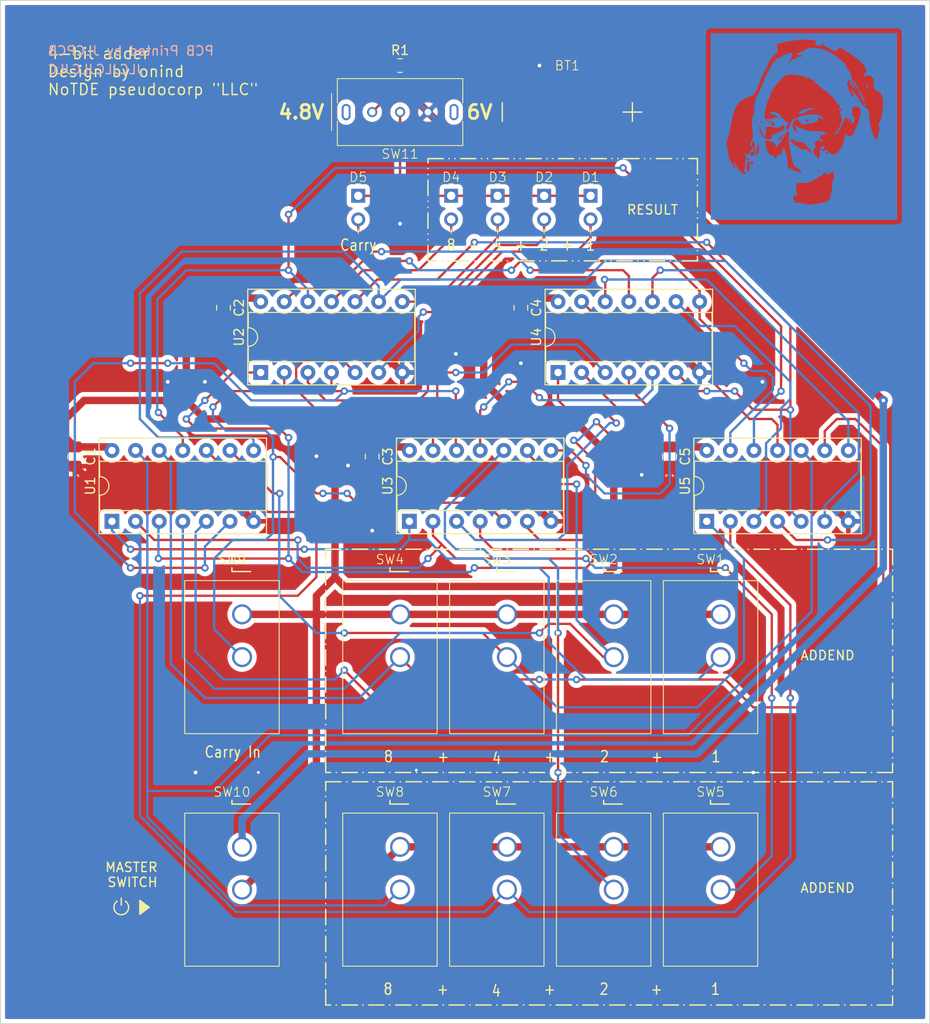
<source format=kicad_pcb>
(kicad_pcb (version 20221018) (generator pcbnew)
  (title_block (title "4-Bit Adder") (date "2023-09-07") (rev "1") (company "NoTDE Pseudocorp.") (comment 1 "It's our little secret~ <3") (comment 2 "even let my groupmates know") (comment 3 "With a small easter egg I wont"))
  (layers (0 "F.Cu" signal) (31 "B.Cu" signal) (34 "B.Paste" user) (35 "F.Paste" user) (36 "B.SilkS" user "B.Silkscreen") (37 "F.SilkS" user "F.Silkscreen") (38 "B.Mask" user) (39 "F.Mask" user) (44 "Edge.Cuts" user))
  (net 0 "")
  (net 1 "Net-(BT1-+)")
  (net 2 "-BATT")
  (net 3 "+BATT")
  (net 4 "Net-(D1-K)")
  (net 5 "OUT1")
  (net 6 "OUT2")
  (net 7 "OUT4")
  (net 8 "OUT8")
  (net 9 "COUT")
  (net 10 "Net-(SW11-A)")
  (net 11 "Net-(SW1-B)")
  (net 12 "Net-(SW2-B)")
  (net 13 "Net-(SW3-B)")
  (net 14 "Net-(SW4-B)")
  (net 15 "Net-(SW5-B)")
  (net 16 "Net-(SW6-B)")
  (net 17 "Net-(SW7-B)")
  (net 18 "Net-(SW8-B)")
  (net 19 "Net-(SW9-B)")
  (net 20 "Net-(U1A-1Y)")
  (net 21 "Net-(U1B-2Y)")
  (net 22 "Net-(U1C-3Y)")
  (net 23 "Net-(U1D-4Y)")
  (net 24 "Net-(U2B-2B)")
  (net 25 "Net-(U2C-3B)")
  (net 26 "Net-(U2D-4B)")
  (net 27 "Net-(U3A-1Y)")
  (net 28 "Net-(U3B-2Y)")
  (net 29 "Net-(U3C-3Y)")
  (net 30 "Net-(U3D-4Y)")
  (net 31 "Net-(U4C-3A)")
  (net 32 "Net-(U4C-3B)")
  (net 33 "Net-(U4D-4A)")
  (net 34 "Net-(U4D-4B)")
  (footprint "_4bitadder:LED_WP710A10SURDK5V" (layer "F.Cu") (at 74.5 56.27 -90)
    (fp_text reference "D5")
    (fp_text value "LED")
  )
  (footprint "Package_DIP:DIP-14_W7.62mm_Socket" (layer "F.Cu") (at 96 74 90)
    (fp_text reference "U4")
    (fp_text value "CD74HC32E")
  )
  (footprint "_4bitadder:SW_GF-123-0054" (layer "F.Cu") (at 112.41 104.6 -90)
    (fp_text reference "SW1")
    (fp_text value "1A")
  )
  (footprint "Package_DIP:DIP-14_W7.62mm_Socket" (layer "F.Cu") (at 48.000001 90 90)
    (fp_text reference "U1")
    (fp_text value "CD74HC86E")
  )
  (footprint "_4bitadder:SW_GF-123-0054" (layer "F.Cu") (at 112.41 129.6 -90)
    (fp_text reference "SW5")
    (fp_text value "1B")
  )
  (footprint "Package_DIP:DIP-14_W7.62mm_Socket" (layer "F.Cu") (at 64 74 90)
    (fp_text reference "U2")
    (fp_text value "CD74HC86E")
  )
  (footprint "Capacitor_SMD:C_0805_2012Metric_Pad1.18x1.45mm_HandSolder" (layer "F.Cu") (at 108.000001 83.0375 -90)
    (fp_text reference "C5")
    (fp_text value "0.1uF")
  )
  (footprint "Capacitor_SMD:C_0805_2012Metric_Pad1.18x1.45mm_HandSolder" (layer "F.Cu") (at 44.000001 83.0375 -90)
    (fp_text reference "C1")
    (fp_text value "0.1uF")
  )
  (footprint "_4bitadder:LED_WP710A10SURDK5V" (layer "F.Cu") (at 89.5 56.27 -90)
    (fp_text reference "D3")
    (fp_text value "LED")
  )
  (footprint "Capacitor_SMD:C_0805_2012Metric_Pad1.18x1.45mm_HandSolder" (layer "F.Cu") (at 60 67.0375 -90)
    (fp_text reference "C2")
    (fp_text value "0.1uF")
  )
  (footprint "_4bitadder:SW_GF-123-0054" (layer "F.Cu") (at 77.91 104.6 -90)
    (fp_text reference "SW4")
    (fp_text value "8A")
  )
  (footprint "_4bitadder:LED_WP710A10SURDK5V" (layer "F.Cu") (at 84.5 56.27 -90)
    (fp_text reference "D4")
    (fp_text value "LED")
  )
  (footprint "_4bitadder:SW_GF-123-0054" (layer "F.Cu") (at 100.91 129.6 -90)
    (fp_text reference "SW6")
    (fp_text value "2B")
  )
  (footprint "_4bitadder:SW_GF-123-0054" (layer "F.Cu") (at 60.91 129.6 -90)
    (fp_text reference "SW10")
    (fp_text value "MASTER_SW")
  )
  (footprint "_4bitadder:SW_SLW-121586-5A-D" (layer "F.Cu") (at 79 46)
    (fp_text reference "SW11")
    (fp_text value "VOLTS_SW")
  )
  (footprint "_4bitadder:SW_GF-123-0054" (layer "F.Cu") (at 77.91 129.6 -90)
    (fp_text reference "SW8")
    (fp_text value "8B")
  )
  (footprint "_4bitadder:SW_GF-123-0054" (layer "F.Cu") (at 100.91 104.6 -90)
    (fp_text reference "SW2")
    (fp_text value "2A")
  )
  (footprint "Capacitor_SMD:C_0805_2012Metric_Pad1.18x1.45mm_HandSolder" (layer "F.Cu") (at 76.000001 83.0375 -90)
    (fp_text reference "C3")
    (fp_text value "0.1uF")
  )
  (footprint "Capacitor_SMD:C_0805_2012Metric_Pad1.18x1.45mm_HandSolder" (layer "F.Cu") (at 92 67.0375 -90)
    (fp_text reference "C4")
    (fp_text value "0.1uF")
  )
  (footprint "_4bitadder:LED_WP710A10SURDK5V" (layer "F.Cu") (at 99.5 56.27 -90)
    (fp_text reference "D1")
    (fp_text value "LED")
  )
  (footprint "Package_DIP:DIP-14_W7.62mm_Socket" (layer "F.Cu") (at 80.000001 90 90)
    (fp_text reference "U3")
    (fp_text value "CD74HC08E")
  )
  (footprint "_4bitadder:SW_GF-123-0054" (layer "F.Cu") (at 89.41 104.6 -90)
    (fp_text reference "SW3")
    (fp_text value "4A")
  )
  (footprint "_4bitadder:PAD_Battery Terminal" (layer "F.Cu") (at 97 46 180)
    (fp_text reference "BT1")
    (fp_text value "4*1.2V or 4*1.5V")
  )
  (footprint "Package_DIP:DIP-14_W7.62mm_Socket" (layer "F.Cu") (at 112.000001 90 90)
    (fp_text reference "U5")
    (fp_text value "CD74HC08E")
  )
  (footprint "Resistor_SMD:R_0805_2012Metric_Pad1.20x1.40mm_HandSolder" (layer "F.Cu") (at 79 41)
    (fp_text reference "R1")
    (fp_text value "30")
  )
  (footprint "_4bitadder:LED_WP710A10SURDK5V" (layer "F.Cu") (at 94.5 56.27 -90)
    (fp_text reference "D2")
    (fp_text value "LED")
  )
  (footprint "_4bitadder:SW_GF-123-0054" (layer "F.Cu") (at 60.91 104.6 -90)
    (fp_text reference "SW9")
    (fp_text value "CIN")
  )
  (footprint "_4bitadder:SW_GF-123-0054" (layer "F.Cu") (at 89.410001 129.6 -90)
    (fp_text reference "SW7")
    (fp_text value "4B")
  )
  (footprint "_4bitadder:NicaPortrait" (layer "B.Cu") (at 122.5 47.5 180)
    (fp_text reference "G***" hide)
    (fp_text value "NICA" hide)
  )
  (gr_arc (start 49.439161 130.841259) (mid 49 132.291708) (end 48.560839 130.841259) (stroke (width 0.15)) (layer "F.SilkS"))
  (gr_rect (start 71 93) (end 132 117) (stroke (width 0.15) (type dash_dot)) (fill none) (layer "F.SilkS"))
  (gr_rect (start 82 51) (end 111 62) (stroke (width 0.15) (type dash_dot_dot)) (fill none) (layer "F.SilkS"))
  (gr_poly (pts (xy 51 130.75) (xy 51 132.25) (xy 52 131.5)) (stroke (width 0.15)) (fill solid) (layer "F.SilkS"))
  (gr_rect (start 71 118) (end 132 142) (stroke (width 0.15) (type dash_dot)) (fill none) (layer "F.SilkS"))
  (gr_line (start 49 130.5) (end 49 131.25) (stroke (width 0.15)) (layer "F.SilkS"))
  (gr_rect (start 36 34) (end 136 144) (stroke (width 0.1)) (fill none) (layer "Edge.Cuts"))
  (gr_text "JLCJLCJLCJLC" (at 41 42) (layer "B.SilkS") (effects (font (size 1 1)) (justify right bottom mirror)))
  (gr_text "PCB Printed by JLCPCB" (at 41 40) (layer "B.SilkS") (effects (font (size 1 1)) (justify right bottom mirror)))
  (gr_text "4-bit adder\nDesign by onind\nNoTDE pseudocorp {dblquote}LLC{dblquote}" (at 41 39) (layer "F.SilkS") (effects (font (size 1.2 1.2)) (justify left top)))
  (gr_text "6V" (at 86 46) (layer "F.SilkS") (effects (font (size 1.5 1.5) (thickness 0.3) bold) (justify left)))
  (gr_text "+" (at 87 61) (layer "F.SilkS") (effects (font (size 1.2 1)) (justify bottom)))
  (gr_text "+" (at 95.15 116) (layer "F.SilkS") (effects (font (size 1.2 1)) (justify bottom)))
  (gr_text "2" (at 100.95 141) (layer "F.SilkS") (effects (font (size 1.2 1)) (justify bottom)))
  (gr_text "8" (at 84.5 61) (layer "F.SilkS") (effects (font (size 1.2 1)) (justify bottom)))
  (gr_text "2" (at 94.5 61) (layer "F.SilkS") (effects (font (size 1.2 1)) (justify bottom)))
  (gr_text "MASTER\nSWITCH" (at 53 128) (layer "F.SilkS") (effects (font (size 1 1)) (justify right)))
  (gr_text "+" (at 92 61) (layer "F.SilkS") (effects (font (size 1.2 1)) (justify bottom)))
  (gr_text "4" (at 89.4 116.2) (layer "F.SilkS") (effects (font (size 1.2 1)) (justify bottom)))
  (gr_text "ADDEND" (at 122 130) (layer "F.SilkS") (effects (font (size 1 1)) (justify left bottom)))
  (gr_text "8" (at 77.7 141) (layer "F.SilkS") (effects (font (size 1.2 1)) (justify bottom)))
  (gr_text "+" (at 83.6 141) (layer "F.SilkS") (effects (font (size 1.2 1)) (justify bottom)))
  (gr_text "4" (at 89.5 61) (layer "F.SilkS") (effects (font (size 1.2 1)) (justify bottom)))
  (gr_text "Carry In" (at 61 115.5) (layer "F.SilkS") (effects (font (size 1.2 1)) (justify bottom)))
  (gr_text "ADDEND" (at 122 105) (layer "F.SilkS") (effects (font (size 1 1)) (justify left bottom)))
  (gr_text "4.8V" (at 71 46) (layer "F.SilkS") (effects (font (size 1.5 1.5) (thickness 0.3) bold) (justify right)))
  (gr_text "+" (at 106.65 116) (layer "F.SilkS") (effects (font (size 1.2 1)) (justify bottom)))
  (gr_text "RESULT\n" (at 109 56.5) (layer "F.SilkS") (effects (font (size 1 1)) (justify right)))
  (gr_text "+" (at 97 61) (layer "F.SilkS") (effects (font (size 1.2 1)) (justify bottom)))
  (gr_text "8" (at 77.75 116) (layer "F.SilkS") (effects (font (size 1.2 1)) (justify bottom)))
  (gr_text "1" (at 113 116) (layer "F.SilkS") (effects (font (size 1.2 1)) (justify bottom)))
  (gr_text "2" (at 101 116) (layer "F.SilkS") (effects (font (size 1.2 1)) (justify bottom)))
  (gr_text "+" (at 95.1 141) (layer "F.SilkS") (effects (font (size 1.2 1)) (justify bottom)))
  (gr_text "4" (at 89.35 141.2) (layer "F.SilkS") (effects (font (size 1.2 1)) (justify bottom)))
  (gr_text "1" (at 112.95 141) (layer "F.SilkS") (effects (font (size 1.2 1)) (justify bottom)))
  (gr_text "+" (at 106.6 141) (layer "F.SilkS") (effects (font (size 1.2 1)) (justify bottom)))
  (gr_text "1" (at 99.5 61) (layer "F.SilkS") (effects (font (size 1.2 1)) (justify bottom)))
  (gr_text "Carry" (at 74.5 61) (layer "F.SilkS") (effects (font (size 1.2 1)) (justify bottom)))
  (gr_text "+" (at 83.65 116) (layer "F.SilkS") (effects (font (size 1.2 1)) (justify bottom)))
  (segment (start 99.5 46) (end 100 46) (width 0.8) (layer "F.Cu") (net 1))
  (segment (start 100 46) (end 131 77) (width 0.8) (layer "F.Cu") (net 1))
  (via (at 131 77) (size 1) (drill 0.4) (layers "F.Cu" "B.Cu") (net 1))
  (segment (start 131 95) (end 111 115) (width 0.8) (layer "B.Cu") (net 1))
  (segment (start 131 77) (end 131 95) (width 0.8) (layer "B.Cu") (net 1))
  (segment (start 111 115) (end 69 115) (width 0.8) (layer "B.Cu") (net 1))
  (segment (start 62 122) (end 62 125) (width 0.8) (layer "B.Cu") (net 1))
  (segment (start 69 115) (end 62 122) (width 0.8) (layer "B.Cu") (net 1))
  (segment (start 59.925 68.075) (end 60 68.075) (width 0.8) (layer "F.Cu") (net 2))
  (segment (start 108.925001 85) (end 122.240001 85) (width 0.8) (layer "F.Cu") (net 2))
  (segment (start 44 75) (end 54 75) (width 0.8) (layer "F.Cu") (net 2))
  (segment (start 108.000001 84.075) (end 107.075001 85) (width 0.8) (layer "F.Cu") (net 2))
  (segment (start 118 75) (end 118 69.5) (width 0.8) (layer "F.Cu") (net 2))
  (segment (start 118 69.5) (end 94.5 46) (width 0.8) (layer "F.Cu") (net 2))
  (segment (start 44.000001 84.075) (end 43.636155 84.075) (width 0.8) (layer "F.Cu") (net 2))
  (segment (start 82 46) (end 83.775 47.775) (width 0.8) (layer "F.Cu") (net 2))
  (segment (start 106.24 69) (end 111.24 74) (width 0.8) (layer "F.Cu") (net 2))
  (segment (start 41 78) (end 44 75) (width 0.8) (layer "F.Cu") (net 2))
  (segment (start 60 68.075) (end 60.925 69) (width 0.8) (layer "F.Cu") (net 2))
  (segment (start 90.240001 85) (end 95.240001 90) (width 0.8) (layer "F.Cu") (net 2))
  (segment (start 92 73) (end 92 68.075) (width 0.8) (layer "F.Cu") (net 2))
  (segment (start 58.240001 85) (end 63.240001 90) (width 0.8) (layer "F.Cu") (net 2))
  (segment (start 122.240001 85) (end 127.240001 90) (width 0.8) (layer "F.Cu") (net 2))
  (segment (start 43.561155 84) (end 42 84) (width 0.8) (layer "F.Cu") (net 2))
  (segment (start 60.925 69) (end 74.24 69) (width 0.8) (layer "F.Cu") (net 2))
  (segment (start 76.000001 84.075) (end 73.4745 84.075) (width 0.8) (layer "F.Cu") (net 2))
  (segment (start 108.000001 84.075) (end 108.925001 85) (width 0.8) (layer "F.Cu") (net 2))
  (segment (start 83.775 47.775) (end 92.725 47.775) (width 0.8) (layer "F.Cu") (net 2))
  (segment (start 42 84) (end 41 83) (width 0.8) (layer "F.Cu") (net 2))
  (segment (start 76.000001 84.075) (end 76.925001 85) (width 0.8) (layer "F.Cu") (net 2))
  (segment (start 80 44) (end 82 46) (width 0.8) (layer "F.Cu") (net 2))
  (segment (start 92 68.075) (end 92.925 69) (width 0.8) (layer "F.Cu") (net 2))
  (segment (start 41 83) (end 41 78) (width 0.8) (layer "F.Cu") (net 2))
  (segment (start 58 75) (end 59 74) (width 0.8) (layer "F.Cu") (net 2))
  (segment (start 94.5 46) (end 94.5 41.5) (width 0.8) (layer "F.Cu") (net 2))
  (segment (start 94.5 41.5) (end 94 41) (width 0.8) (layer "F.Cu") (net 2))
  (segment (start 43.636155 84.075) (end 43.561155 84) (width 0.8) (layer "F.Cu") (net 2))
  (segment (start 107.075001 85) (end 105 85) (width 0.8) (layer "F.Cu") (net 2))
  (segment (start 92.925 69) (end 106.24 69) (width 0.8) (layer "F.Cu") (net 2))
  (segment (start 73.4745 84.075) (end 73.3995 84) (width 0.8) (layer "F.Cu") (net 2))
  (segment (start 44.925001 85) (end 58.240001 85) (width 0.8) (layer "F.Cu") (net 2))
  (segment (start 76.925001 85) (end 90.240001 85) (width 0.8) (layer "F.Cu") (net 2))
  (segment (start 74.24 69) (end 79.24 74) (width 0.8) (layer "F.Cu") (net 2))
  (segment (start 80 41) (end 80 44) (width 0.8) (layer "F.Cu") (net 2))
  (segment (start 59 69) (end 59.925 68.075) (width 0.8) (layer "F.Cu") (net 2))
  (segment (start 59 74) (end 59 69) (width 0.8) (layer "F.Cu") (net 2))
  (segment (start 44.000001 84.075) (end 44.925001 85) (width 0.8) (layer "F.Cu") (net 2))
  (segment (start 92.725 47.775) (end 94.5 46) (width 0.8) (layer "F.Cu") (net 2))
  (via (at 58 75) (size 1) (drill 0.4) (layers "F.Cu" "B.Cu") (net 2))
  (via (at 54 75) (size 1) (drill 0.4) (layers "F.Cu" "B.Cu") (net 2))
  (via (at 105 85) (size 1) (drill 0.4) (layers "F.Cu" "B.Cu") (net 2))
  (via (at 92 73) (size 1) (drill 0.4) (layers "F.Cu" "B.Cu") (net 2))
  (via (at 79 58) (size 0.8) (drill 0.4) (layers "F.Cu" "B.Cu") (net 2))
  (via (at 94 41) (size 1) (drill 0.4) (layers "F.Cu" "B.Cu") (net 2))
  (via (at 85 72) (size 0.8) (drill 0.4) (layers "F.Cu" "B.Cu") (net 2))
  (via (at 118 75) (size 1) (drill 0.4) (layers "F.Cu" "B.Cu") (net 2))
  (via (at 80.75 116.75) (size 0.6) (drill 0.3) (layers "F.Cu" "B.Cu") (net 2))
  (via (at 57 117) (size 0.8) (drill 0.4) (layers "F.Cu" "B.Cu") (net 2))
  (via (at 73.3995 84) (size 1) (drill 0.4) (layers "F.Cu" "B.Cu") (net 2))
  (via (at 117 117) (size 0.8) (drill 0.4) (layers "F.Cu" "B.Cu") (net 2))
  (via (at 70 83) (size 0.8) (drill 0.4) (layers "F.Cu" "B.Cu") (net 2))
  (via (at 63.75 117) (size 0.6) (drill 0.3) (layers "F.Cu" "B.Cu") (net 2))
  (via (at 76 91) (size 0.8) (drill 0.4) (layers "F.Cu" "B.Cu") (net 2))
  (segment (start 59 75) (end 58 75) (width 0.8) (layer "B.Cu") (net 2))
  (segment (start 73.3995 84) (end 73.3995 79.6005) (width 0.8) (layer "B.Cu") (net 2))
  (segment (start 105 85) (end 104 84) (width 0.8) (layer "B.Cu") (net 2))
  (segment (start 104 78) (end 92 78) (width 0.8) (layer "B.Cu") (net 2))
  (segment (start 115 78) (end 104 78) (width 0.8) (layer "B.Cu") (net 2))
  (segment (start 104 84) (end 104 78) (width 0.8) (layer "B.Cu") (net 2))
  (segment (start 54 75) (end 58 75) (width 0.8) (layer "B.Cu") (net 2))
  (segment (start 92 73) (end 92 78) (width 0.8) (layer "B.Cu") (net 2))
  (segment (start 74 79) (end 63 79) (width 0.8) (layer "B.Cu") (net 2))
  (segment (start 63 79) (end 59 75) (width 0.8) (layer "B.Cu") (net 2))
  (segment (start 73.3995 79.6005) (end 74 79) (width 0.8) (layer "B.Cu") (net 2))
  (segment (start 118 75) (end 115 78) (width 0.8) (layer "B.Cu") (net 2))
  (segment (start 94 41) (end 93 41) (width 0.8) (layer "B.Cu") (net 2))
  (segment (start 92 78) (end 91 79) (width 0.8) (layer "B.Cu") (net 2))
  (segment (start 91 79) (end 74 79) (width 0.8) (layer "B.Cu") (net 2))
  (segment (start 92 79) (end 97.596159 79) (width 0.8) (layer "F.Cu") (net 3))
  (segment (start 76 128) (end 79 125) (width 0.8) (layer "F.Cu") (net 3))
  (segment (start 72 81) (end 70.025 79.025) (width 0.8) (layer "F.Cu") (net 3))
  (segment (start 72 82) (end 72 96) (width 0.8) (layer "F.Cu") (net 3))
  (segment (start 79 125) (end 113.5 125) (width 0.8) (layer "F.Cu") (net 3))
  (segment (start 79.620001 82) (end 80.000001 82.38) (width 0.8) (layer "F.Cu") (net 3))
  (segment (start 92 66) (end 89 66) (width 0.8) (layer "F.Cu") (net 3))
  (segment (start 70 100) (end 113.5 100) (width 0.8) (layer "F.Cu") (net 3))
  (segment (start 76.000001 82) (end 72 82) (width 0.8) (layer "F.Cu") (net 3))
  (segment (start 70 98) (end 72 96) (width 0.8) (layer "F.Cu") (net 3))
  (segment (start 102 95) (end 102 85) (width 0.8) (layer "F.Cu") (net 3))
  (segment (start 89 66) (end 88 67) (width 0.8) (layer "F.Cu") (net 3))
  (segment (start 111.620001 82) (end 112.000001 82.38) (width 0.8) (layer "F.Cu") (net 3))
  (segment (start 43 80.999999) (end 44.000001 82) (width 0.8) (layer "F.Cu") (net 3))
  (segment (start 72 82) (end 72 81) (width 0.8) (layer "F.Cu") (net 3))
  (segment (start 102 83.403841) (end 102 84) (width 0.8) (layer "F.Cu") (net 3))
  (segment (start 76.000001 82) (end 79.620001 82) (width 0.8) (layer "F.Cu") (net 3))
  (segment (start 56 67) (end 57 66) (width 0.8) (layer "F.Cu") (net 3))
  (segment (start 45 77) (end 43 79) (width 0.8) (layer "F.Cu") (net 3))
  (segment (start 47.620001 82) (end 48.000001 82.38) (width 0.8) (layer "F.Cu") (net 3))
  (segment (start 58 79) (end 56 77) (width 0.8) (layer "F.Cu") (net 3))
  (segment (start 60 66) (end 63.62 66) (width 0.8) (layer "F.Cu") (net 3))
  (segment (start 73 97) (end 100 97) (width 0.8) (layer "F.Cu") (net 3))
  (segment (start 100 97) (end 102 95) (width 0.8) (layer "F.Cu") (net 3))
  (segment (start 70 100) (end 70 98) (width 0.8) (layer "F.Cu") (net 3))
  (segment (start 102 85) (end 102 84) (width 0.8) (layer "F.Cu") (net 3))
  (segment (start 63.6 128) (end 70 128) (width 0.8) (layer "F.Cu") (net 3))
  (segment (start 69.550432 79) (end 58 79) (width 0.8) (layer "F.Cu") (net 3))
  (segment (start 104 82) (end 108.000001 82) (width 0.8) (layer "F.Cu") (net 3))
  (segment (start 70 100) (end 62 100) (width 0.8) (layer "F.Cu") (net 3))
  (segment (start 92 66) (end 95.62 66) (width 0.8) (layer "F.Cu") (net 3))
  (segment (start 72 96) (end 73 97) (width 0.8) (layer "F.Cu") (net 3))
  (segment (start 88 67) (end 88 75) (width 0.8) (layer "F.Cu") (net 3))
  (segment (start 62 129.6) (end 63.6 128) (width 0.8) (layer "F.Cu") (net 3))
  (segment (start 95.62 66) (end 96 66.38) (width 0.8) (layer "F.Cu") (net 3))
  (segment (start 88 75) (end 92 79) (width 0.8) (layer "F.Cu") (net 3))
  (segment (start 102 84) (end 104 82) (width 0.8) (layer "F.Cu") (net 3))
  (segment (start 63.62 66) (end 64 66.38) (width 0.8) (layer "F.Cu") (net 3))
  (segment (start 57 66) (end 60 66) (width 0.8) (layer "F.Cu") (net 3))
  (segment (start 70.025 79.025) (end 69.575432 79.025) (width 0.8) (layer "F.Cu") (net 3))
  (segment (start 44.000001 82) (end 47.620001 82) (width 0.8) (layer "F.Cu") (net 3))
  (segment (start 43 79) (end 43 80.999999) (width 0.8) (layer "F.Cu") (net 3))
  (segment (start 70 128) (end 70 100) (width 0.8) (layer "F.Cu") (net 3))
  (segment (start 69.575432 79.025) (end 69.550432 79) (width 0.8) (layer "F.Cu") (net 3))
  (segment (start 56 75) (end 56 67) (width 0.8) (layer "F.Cu") (net 3))
  (segment (start 108.000001 82) (end 111.620001 82) (width 0.8) (layer "F.Cu") (net 3))
  (segment (start 70 128) (end 76 128) (width 0.8) (layer "F.Cu") (net 3))
  (segment (start 97.596159 79) (end 102 83.403841) (width 0.8) (layer "F.Cu") (net 3))
  (segment (start 56 75) (end 56 77) (width 0.8) (layer "F.Cu") (net 3))
  (segment (start 56 77) (end 45 77) (width 0.8) (layer "F.Cu") (net 3))
  (segment (start 79.5 55) (end 99.5 55) (width 0.25) (layer "F.Cu") (net 4))
  (segment (start 79 46) (end 79 55) (width 0.25) (layer "F.Cu") (net 4))
  (segment (start 74.5 55) (end 79 55) (width 0.25) (layer "F.Cu") (net 4))
  (segment (start 79 55) (end 79.5 55) (width 0.25) (layer "F.Cu") (net 4))
  (segment (start 69.08 74) (end 69.08 75.08) (width 0.25) (layer "F.Cu") (net 5))
  (segment (start 98 61) (end 99.5 59.5) (width 0.25) (layer "F.Cu") (net 5))
  (segment (start 69.08 75.08) (end 71 77) (width 0.25) (layer "F.Cu") (net 5))
  (segment (start 99.5 59.5) (end 99.5 57.54) (width 0.25) (layer "F.Cu") (net 5))
  (segment (start 82 69) (end 90 61) (width 0.25) (layer "F.Cu") (net 5))
  (segment (start 71 77) (end 81 77) (width 0.25) (layer "F.Cu") (net 5))
  (segment (start 90 61) (end 98 61) (width 0.25) (layer "F.Cu") (net 5))
  (segment (start 82 76) (end 82 69) (width 0.25) (layer "F.Cu") (net 5))
  (segment (start 81 77) (end 82 76) (width 0.25) (layer "F.Cu") (net 5))
  (segment (start 89.708506 60.291494) (end 93.708506 60.291494) (width 0.25) (layer "F.Cu") (net 6))
  (segment (start 82.5 67.5) (end 89.708506 60.291494) (width 0.25) (layer "F.Cu") (net 6))
  (segment (start 93.708506 60.291494) (end 94.5 59.5) (width 0.25) (layer "F.Cu") (net 6))
  (segment (start 94.5 59.5) (end 94.5 57.54) (width 0.25) (layer "F.Cu") (net 6))
  (segment (start 81.5 67.5) (end 82.5 67.5) (width 0.25) (layer "F.Cu") (net 6))
  (via (at 81.5 67.5) (size 0.8) (drill 0.4) (layers "F.Cu" "B.Cu") (net 6))
  (segment (start 81 69.5) (end 76.7 73.8) (width 0.25) (layer "B.Cu") (net 6))
  (segment (start 76.7 73.8) (end 76.7 74) (width 0.25) (layer "B.Cu") (net 6))
  (segment (start 81.5 67.5) (end 81 68) (width 0.25) (layer "B.Cu") (net 6))
  (segment (start 81 68) (end 81 69.5) (width 0.25) (layer "B.Cu") (net 6))
  (segment (start 89.5 59.5) (end 89.5 57.54) (width 0.25) (layer "F.Cu") (net 7))
  (segment (start 79.24 66.38) (end 82.62 66.38) (width 0.25) (layer "F.Cu") (net 7))
  (segment (start 82.62 66.38) (end 89.5 59.5) (width 0.25) (layer "F.Cu") (net 7))
  (segment (start 81 63) (end 84.5 59.5) (width 0.25) (layer "F.Cu") (net 8))
  (segment (start 84.5 59.5) (end 84.5 57.54) (width 0.25) (layer "F.Cu") (net 8))
  (segment (start 71.62 66.38) (end 75 63) (width 0.25) (layer "F.Cu") (net 8))
  (segment (start 75 63) (end 81 63) (width 0.25) (layer "F.Cu") (net 8))
  (segment (start 76 61) (end 74.5 59.5) (width 0.25) (layer "F.Cu") (net 9))
  (segment (start 103 63) (end 103.62 63.62) (width 0.25) (layer "F.Cu") (net 9))
  (segment (start 93 63) (end 103 63) (width 0.25) (layer "F.Cu") (net 9))
  (segment (start 77 61) (end 76 61) (width 0.25) (layer "F.Cu") (net 9))
  (segment (start 74.5 59.5) (end 74.5 57.54) (width 0.25) (layer "F.Cu") (net 9))
  (segment (start 103.62 63.62) (end 103.62 66.38) (width 0.25) (layer "F.Cu") (net 9))
  (via (at 77 61) (size 0.8) (drill 0.4) (layers "F.Cu" "B.Cu") (net 9))
  (via (at 93 63) (size 0.8) (drill 0.4) (layers "F.Cu" "B.Cu") (net 9))
  (segment (start 91 61) (end 93 63) (width 0.25) (layer "B.Cu") (net 9))
  (segment (start 77 61) (end 91 61) (width 0.25) (layer "B.Cu") (net 9))
  (segment (start 78 44) (end 76 46) (width 0.25) (layer "F.Cu") (net 10))
  (segment (start 78 41) (end 78 44) (width 0.25) (layer "F.Cu") (net 10))
  (segment (start 68.7005 93) (end 50 93) (width 0.25) (layer "F.Cu") (net 11))
  (via (at 68.7005 93) (size 0.8) (drill 0.4) (layers "F.Cu" "B.Cu") (net 11))
  (via (at 50 93) (size 0.8) (drill 0.4) (layers "F.Cu" "B.Cu") (net 11))
  (segment (start 50 93) (end 48.000001 91.000001) (width 0.25) (layer "B.Cu") (net 11))
  (segment (start 99 107) (end 95 103) (width 0.25) (layer "B.Cu") (net 11))
  (segment (start 95 103) (end 95 96) (width 0.25) (layer "B.Cu") (net 11))
  (segment (start 94 95) (end 89 95) (width 0.25) (layer "B.Cu") (net 11))
  (segment (start 68.7005 93) (end 79 93) (width 0.25) (layer "B.Cu") (net 11))
  (segment (start 48.000001 91.000001) (end 48.000001 90) (width 0.25) (layer "B.Cu") (net 11))
  (segment (start 82 92) (end 80.000001 92) (width 0.25) (layer "B.Cu") (net 11))
  (segment (start 80.000001 92) (end 80.000001 90) (width 0.25) (layer "B.Cu") (net 11))
  (segment (start 113.5 104.6) (end 111.1 107) (width 0.25) (layer "B.Cu") (net 11))
  (segment (start 95 96) (end 94 95) (width 0.25) (layer "B.Cu") (net 11))
  (segment (start 111.1 107) (end 99 107) (width 0.25) (layer "B.Cu") (net 11))
  (segment (start 88 94) (end 84 94) (width 0.25) (layer "B.Cu") (net 11))
  (segment (start 79 93) (end 80.000001 92) (width 0.25) (layer "B.Cu") (net 11))
  (segment (start 84 94) (end 82 92) (width 0.25) (layer "B.Cu") (net 11))
  (segment (start 89 95) (end 88 94) (width 0.25) (layer "B.Cu") (net 11))
  (segment (start 96 86) (end 92.700001 82.700001) (width 0.25) (layer "F.Cu") (net 12))
  (segment (start 94 102) (end 94.975 101.025) (width 0.25) (layer "F.Cu") (net 12))
  (segment (start 97.303939 101.025) (end 100.878939 104.6) (width 0.25) (layer "F.Cu") (net 12))
  (segment (start 92.700001 82.700001) (end 92.700001 82.38) (width 0.25) (layer "F.Cu") (net 12))
  (segment (start 98 86) (end 96 86) (width 0.25) (layer "F.Cu") (net 12))
  (segment (start 100.878939 104.6) (end 102 104.6) (width 0.25) (layer "F.Cu") (net 12))
  (segment (start 94.975 101.025) (end 97.303939 101.025) (width 0.25) (layer "F.Cu") (net 12))
  (via (at 98 86) (size 0.8) (drill 0.4) (layers "F.Cu" "B.Cu") (net 12))
  (via (at 94 102) (size 0.8) (drill 0.4) (layers "F.Cu" "B.Cu") (net 12))
  (segment (start 79 102) (end 73 108) (width 0.25) (layer "B.Cu") (net 12))
  (segment (start 98 100.6) (end 98 86) (width 0.25) (layer "B.Cu") (net 12))
  (segment (start 94 102) (end 79 102) (width 0.25) (layer "B.Cu") (net 12))
  (segment (start 59 108) (end 55.620001 104.620001) (width 0.25) (layer "B.Cu") (net 12))
  (segment (start 73 108) (end 59 108) (width 0.25) (layer "B.Cu") (net 12))
  (segment (start 102 104.6) (end 98 100.6) (width 0.25) (layer "B.Cu") (net 12))
  (segment (start 55.620001 104.620001) (end 55.620001 90) (width 0.25) (layer "B.Cu") (net 12))
  (segment (start 90.5 104.6) (end 87.9 102) (width 0.25) (layer "F.Cu") (net 13))
  (segment (start 66.050249 87) (end 65.320001 87) (width 0.25) (layer "F.Cu") (net 13))
  (segment (start 65.320001 87) (end 60.700001 82.38) (width 0.25) (layer "F.Cu") (net 13))
  (segment (start 87.9 102) (end 73 102) (width 0.25) (layer "F.Cu") (net 13))
  (via (at 73 102) (size 0.8) (drill 0.4) (layers "F.Cu" "B.Cu") (net 13))
  (via (at 66.050249 87) (size 0.8) (drill 0.4) (layers "F.Cu" "B.Cu") (net 13))
  (segment (start 111 110) (end 95.9 110) (width 0.25) (layer "B.Cu") (net 13))
  (segment (start 116 94) (end 116 105) (width 0.25) (layer "B.Cu") (net 13))
  (segment (start 95.9 110) (end 90.5 104.6) (width 0.25) (layer "B.Cu") (net 13))
  (segment (start 112.000001 90) (end 116 94) (width 0.25) (layer "B.Cu") (net 13))
  (segment (start 116 105) (end 111 110) (width 0.25) (layer "B.Cu") (net 13))
  (segment (start 66 87.050249) (end 66.050249 87) (width 0.25) (layer "B.Cu") (net 13))
  (segment (start 70 102) (end 66 98) (width 0.25) (layer "B.Cu") (net 13))
  (segment (start 73 102) (end 70 102) (width 0.25) (layer "B.Cu") (net 13))
  (segment (start 66 98) (end 66 87.050249) (width 0.25) (layer "B.Cu") (net 13))
  (segment (start 131 82) (end 128 79) (width 0.25) (layer "F.Cu") (net 14))
  (segment (start 97.987701 107.012299) (end 114.012299 107.012299) (width 0.25) (layer "F.Cu") (net 14))
  (segment (start 123 110) (end 131 102) (width 0.25) (layer "F.Cu") (net 14))
  (segment (start 124.700001 80.299999) (end 124.700001 82.38) (width 0.25) (layer "F.Cu") (net 14))
  (segment (start 128 79) (end 126 79) (width 0.25) (layer "F.Cu") (net 14))
  (segment (start 131 102) (end 131 82) (width 0.25) (layer "F.Cu") (net 14))
  (segment (start 114.012299 107.012299) (end 117 110) (width 0.25) (layer "F.Cu") (net 14))
  (segment (start 126 79) (end 124.700001 80.299999) (width 0.25) (layer "F.Cu") (net 14))
  (segment (start 79 104.6) (end 81.4 107) (width 0.25) (layer "F.Cu") (net 14))
  (segment (start 81.4 107) (end 82 107) (width 0.25) (layer "F.Cu") (net 14))
  (segment (start 82 107) (end 94 107) (width 0.25) (layer "F.Cu") (net 14))
  (segment (start 117 110) (end 123 110) (width 0.25) (layer "F.Cu") (net 14))
  (via (at 94 107) (size 0.8) (drill 0.4) (layers "F.Cu" "B.Cu") (net 14))
  (via (at 97.987701 107.012299) (size 0.8) (drill 0.4) (layers "F.Cu" "B.Cu") (net 14))
  (segment (start 97.975402 107) (end 97.987701 107.012299) (width 0.25) (layer "B.Cu") (net 14))
  (segment (start 58 109) (end 54.331841 105.331841) (width 0.25) (layer "B.Cu") (net 14))
  (segment (start 54.331841 83.63184) (end 53.080001 82.38) (width 0.25) (layer "B.Cu") (net 14))
  (segment (start 54.331841 105.331841) (end 54.331841 83.63184) (width 0.25) (layer "B.Cu") (net 14))
  (segment (start 94 107) (end 97.975402 107) (width 0.25) (layer "B.Cu") (net 14))
  (segment (start 74.6 109) (end 58 109) (width 0.25) (layer "B.Cu") (net 14))
  (segment (start 79 104.6) (end 74.6 109) (width 0.25) (layer "B.Cu") (net 14))
  (segment (start 99 94) (end 85 94) (width 0.25) (layer "F.Cu") (net 15))
  (segment (start 82 94) (end 83.5 92.5) (width 0.25) (layer "F.Cu") (net 15))
  (segment (start 119 109) (end 119 100) (width 0.25) (layer "F.Cu") (net 15))
  (segment (start 119 100) (end 114 95) (width 0.25) (layer "F.Cu") (net 15))
  (segment (start 83.5 92.5) (end 82.540001 91.540001) (width 0.25) (layer "F.Cu") (net 15))
  (segment (start 50.540001 90) (end 52.540001 92) (width 0.25) (layer "F.Cu") (net 15))
  (segment (start 52.540001 92) (end 68 92) (width 0.25) (layer "F.Cu") (net 15))
  (segment (start 82.540001 91.540001) (end 82.540001 90) (width 0.25) (layer "F.Cu") (net 15))
  (segment (start 85 94) (end 83.5 92.5) (width 0.25) (layer "F.Cu") (net 15))
  (via (at 82 94) (size 0.8) (drill 0.4) (layers "F.Cu" "B.Cu") (net 15))
  (via (at 119 109) (size 0.8) (drill 0.4) (layers "F.Cu" "B.Cu") (net 15))
  (via (at 114 95) (size 0.8) (drill 0.4) (layers "F.Cu" "B.Cu") (net 15))
  (via (at 68 92) (size 0.8) (drill 0.4) (layers "F.Cu" "B.Cu") (net 15))
  (via (at 99 94) (size 0.8) (drill 0.4) (layers "F.Cu" "B.Cu") (net 15))
  (segment (start 69 95) (end 81 95) (width 0.25) (layer "B.Cu") (net 15))
  (segment (start 113.5 129.6) (end 115.4 129.6) (width 0.25) (layer "B.Cu") (net 15))
  (segment (start 81 95) (end 82 94) (width 0.25) (layer "B.Cu") (net 15))
  (segment (start 67.9755 92.0245) (end 67.9755 93.9755) (width 0.25) (layer "B.Cu") (net 15))
  (segment (start 68 92) (end 67.9755 92.0245) (width 0.25) (layer "B.Cu") (net 15))
  (segment (start 118.999999 109.000001) (end 119 109) (width 0.25) (layer "B.Cu") (net 15))
  (segment (start 118.999999 111.042217) (end 118.999999 109.000001) (width 0.25) (layer "B.Cu") (net 15))
  (segment (start 114 95) (end 100 95) (width 0.25) (layer "B.Cu") (net 15))
  (segment (start 67.9755 93.9755) (end 69 95) (width 0.25) (layer "B.Cu") (net 15))
  (segment (start 115.4 129.6) (end 119 126) (width 0.25) (layer "B.Cu") (net 15))
  (segment (start 119 111.042218) (end 118.999999 111.042217) (width 0.25) (layer "B.Cu") (net 15))
  (segment (start 119 126) (end 119 111.042218) (width 0.25) (layer "B.Cu") (net 15))
  (segment (start 100 95) (end 99 94) (width 0.25) (layer "B.Cu") (net 15))
  (segment (start 73 106) (end 78 111) (width 0.25) (layer "F.Cu") (net 16))
  (segment (start 96 117) (end 96 111) (width 0.25) (layer "F.Cu") (net 16))
  (segment (start 78 111) (end 96 111) (width 0.25) (layer "F.Cu") (net 16))
  (segment (start 96 111) (end 96 102) (width 0.25) (layer "F.Cu") (net 16))
  (via (at 96 117) (size 0.8) (drill 0.4) (layers "F.Cu" "B.Cu") (net 16))
  (via (at 96 102) (size 0.8) (drill 0.4) (layers "F.Cu" "B.Cu") (net 16))
  (via (at 73 106) (size 0.8) (drill 0.4) (layers "F.Cu" "B.Cu") (net 16))
  (segment (start 85 93) (end 83.824742 91.824742) (width 0.25) (layer "B.Cu") (net 16))
  (segment (start 57 91.160001) (end 57 92) (width 0.25) (layer "B.Cu") (net 16))
  (segment (start 96 95) (end 95 94) (width 0.25) (layer "B.Cu") (net 16))
  (segment (start 57 92) (end 57 104) (width 0.25) (layer "B.Cu") (net 16))
  (segment (start 83.824742 91.824742) (end 83.824742 88.715259) (width 0.25) (layer "B.Cu") (net 16))
  (segment (start 57 104) (end 60 107) (width 0.25) (layer "B.Cu") (net 16))
  (segment (start 96 123.6) (end 96 117) (width 0.25) (layer "B.Cu") (net 16))
  (segment (start 96 102) (end 96 95) (width 0.25) (layer "B.Cu") (net 16))
  (segment (start 83.824742 88.715259) (end 90.160001 82.38) (width 0.25) (layer "B.Cu") (net 16))
  (segment (start 58.160001 90) (end 57 91.160001) (width 0.25) (layer "B.Cu") (net 16))
  (segment (start 72 107) (end 73 106) (width 0.25) (layer "B.Cu") (net 16))
  (segment (start 95 94) (end 89 94) (width 0.25) (layer "B.Cu") (net 16))
  (segment (start 89 94) (end 88 93) (width 0.25) (layer "B.Cu") (net 16))
  (segment (start 102 129.6) (end 96 123.6) (width 0.25) (layer "B.Cu") (net 16))
  (segment (start 60 107) (end 72 107) (width 0.25) (layer "B.Cu") (net 16))
  (segment (start 88 93) (end 85 93) (width 0.25) (layer "B.Cu") (net 16))
  (segment (start 114.540001 92.540001) (end 114.540001 90) (width 0.25) (layer "F.Cu") (net 17))
  (segment (start 121 99) (end 114.540001 92.540001) (width 0.25) (layer "F.Cu") (net 17))
  (segment (start 70 96) (end 70 91) (width 0.25) (layer "F.Cu") (net 17))
  (segment (start 70 91) (end 68 89) (width 0.25) (layer "F.Cu") (net 17))
  (segment (start 68 98) (end 70 96) (width 0.25) (layer "F.Cu") (net 17))
  (segment (start 121 109) (end 121 99) (width 0.25) (layer "F.Cu") (net 17))
  (segment (start 68 89) (end 64.780001 89) (width 0.25) (layer "F.Cu") (net 17))
  (segment (start 64.780001 89) (end 58.160001 82.38) (width 0.25) (layer "F.Cu") (net 17))
  (segment (start 51 98) (end 68 98) (width 0.25) (layer "F.Cu") (net 17))
  (via (at 121 109) (size 0.8) (drill 0.4) (layers "F.Cu" "B.Cu") (net 17))
  (via (at 51 98) (size 0.8) (drill 0.4) (layers "F.Cu" "B.Cu") (net 17))
  (segment (start 115 132) (end 121 126) (width 0.25) (layer "B.Cu") (net 17))
  (segment (start 88.100001 132) (end 88 132) (width 0.25) (layer "B.Cu") (net 17))
  (segment (start 88 132) (end 61.35944 132) (width 0.25) (layer "B.Cu") (net 17))
  (segment (start 92.900001 132) (end 115 132) (width 0.25) (layer "B.Cu") (net 17))
  (segment (start 121 126) (end 121 109) (width 0.25) (layer "B.Cu") (net 17))
  (segment (start 90.500001 129.6) (end 88.100001 132) (width 0.25) (layer "B.Cu") (net 17))
  (segment (start 51 121.64056) (end 51 98) (width 0.25) (layer "B.Cu") (net 17))
  (segment (start 90.500001 129.6) (end 92.900001 132) (width 0.25) (layer "B.Cu") (net 17))
  (segment (start 61.35944 132) (end 51 121.64056) (width 0.25) (layer "B.Cu") (net 17))
  (segment (start 51.803614 119) (end 51.803614 118) (width 0.25) (layer "B.Cu") (net 18))
  (segment (start 51.803614 121.807778) (end 51.803614 119) (width 0.25) (layer "B.Cu") (net 18))
  (segment (start 79 129.6) (end 77.3 131.3) (width 0.25) (layer "B.Cu") (net 18))
  (segment (start 123.285001 83.505) (end 123.285001 99.714999) (width 0.25) (layer "B.Cu") (net 18))
  (segment (start 122.160001 82.38) (end 123.285001 83.505) (width 0.25) (layer "B.Cu") (net 18))
  (segment (start 51.803614 83.643613) (end 50.540001 82.38) (width 0.25) (layer "B.Cu") (net 18))
  (segment (start 123.285001 99.714999) (end 110 113) (width 0.25) (layer "B.Cu") (net 18))
  (segment (start 77.3 131.3) (end 61.295836 131.3) (width 0.25) (layer "B.Cu") (net 18))
  (segment (start 51.803614 118) (end 51.803614 83.643613) (width 0.25) (layer "B.Cu") (net 18))
  (segment (start 59 119) (end 51.803614 119) (width 0.25) (layer "B.Cu") (net 18))
  (segment (start 61.295836 131.3) (end 51.803614 121.807778) (width 0.25) (layer "B.Cu") (net 18))
  (segment (start 110 113) (end 65 113) (width 0.25) (layer "B.Cu") (net 18))
  (segment (start 65 113) (end 59 119) (width 0.25) (layer "B.Cu") (net 18))
  (segment (start 79 88) (end 74.2995 88) (width 0.25) (layer "F.Cu") (net 19))
  (segment (start 66 76) (end 66.54 75.46) (width 0.25) (layer "F.Cu") (net 19))
  (segment (start 74.2995 88) (end 73.2995 87) (width 0.25) (layer "F.Cu") (net 19))
  (segment (start 58.863265 77.7005) (end 60.563765 76) (width 0.25) (layer "F.Cu") (net 19))
  (segment (start 66.083946 83.083946) (end 70 87) (width 0.25) (layer "F.Cu") (net 19))
  (segment (start 60.563765 76) (end 66 76) (width 0.25) (layer "F.Cu") (net 19))
  (segment (start 88.160001 88) (end 79 88) (width 0.25) (layer "F.Cu") (net 19))
  (segment (start 90.160001 90) (end 88.160001 88) (width 0.25) (layer "F.Cu") (net 19))
  (segment (start 66.54 75.46) (end 66.54 74) (width 0.25) (layer "F.Cu") (net 19))
  (segment (start 70 87) (end 70.7005 87) (width 0.25) (layer "F.Cu") (net 19))
  (segment (start 65.341678 83.083946) (end 66.083946 83.083946) (width 0.25) (layer "F.Cu") (net 19))
  (via (at 70.7005 87) (size 0.8) (drill 0.4) (layers "F.Cu" "B.Cu") (net 19))
  (via (at 58.863265 77.7005) (size 0.8) (drill 0.4) (layers "F.Cu" "B.Cu") (net 19))
  (via (at 65.341678 83.083946) (size 0.8) (drill 0.4) (layers "F.Cu" "B.Cu") (net 19))
  (via (at 73.2995 87) (size 0.8) (drill 0.4) (layers "F.Cu" "B.Cu") (net 19))
  (segment (start 58.863265 78.863265) (end 58.863265 77.7005) (width 0.25) (layer "B.Cu") (net 19))
  (segment (start 65.325749 82) (end 65.325749 81.037511) (width 0.25) (layer "B.Cu") (net 19))
  (segment (start 59 101.6) (end 59 94) (width 0.25) (layer "B.Cu") (net 19))
  (segment (start 65.325749 81.037511) (end 64.531735 80.243497) (width 0.25) (layer "B.Cu") (net 19))
  (segment (start 73.2995 87) (end 70.7005 87) (width 0.25) (layer "B.Cu") (net 19))
  (segment (start 65.341678 83.083946) (end 65.341678 82.015929) (width 0.25) (layer "B.Cu") (net 19))
  (segment (start 65.325749 91.237546) (end 65.325749 82) (width 0.25) (layer "B.Cu") (net 19))
  (segment (start 59 94) (end 61 92) (width 0.25) (layer "B.Cu") (net 19))
  (segment (start 61 92) (end 64.563295 92) (width 0.25) (layer "B.Cu") (net 19))
  (segment (start 64.563295 92) (end 65.325749 91.237546) (width 0.25) (layer "B.Cu") (net 19))
  (segment (start 64.531735 80.243497) (end 60.243497 80.243497) (width 0.25) (layer "B.Cu") (net 19))
  (segment (start 60.243497 80.243497) (end 58.863265 78.863265) (width 0.25) (layer "B.Cu") (net 19))
  (segment (start 62 104.6) (end 59 101.6) (width 0.25) (layer "B.Cu") (net 19))
  (segment (start 65.341678 82.015929) (end 65.325749 82) (width 0.25) (layer "B.Cu") (net 19))
  (segment (start 99.725 94.300305) (end 99.725 93.699695) (width 0.25) (layer "F.Cu") (net 20))
  (segment (start 99.725 93.699695) (end 99.025305 93) (width 0.25) (layer "F.Cu") (net 20))
  (segment (start 67 94) (end 53 94) (width 0.25) (layer "F.Cu") (net 20))
  (segment (start 57.025 80.025) (end 57 80) (width 0.25) (layer "F.Cu") (net 20))
  (segment (start 66 80.025) (end 57.025 80.025) (width 0.25) (layer "F.Cu") (net 20))
  (segment (start 66.025 80.025) (end 66 80.025) (width 0.25) (layer "F.Cu") (net 20))
  (segment (start 58 77) (end 61 74) (width 0.25) (layer "F.Cu") (net 20))
  (segment (start 87 95) (end 99.025305 95) (width 0.25) (layer "F.Cu") (net 20))
  (segment (start 99.025305 93) (end 89 93) (width 0.25) (layer "F.Cu") (net 20))
  (segment (start 57 80) (end 56 79) (width 0.25) (layer "F.Cu") (net 20))
  (segment (start 89 93) (end 87.620001 91.620001) (width 0.25) (layer "F.Cu") (net 20))
  (segment (start 67 81) (end 66.025 80.025) (width 0.25) (layer "F.Cu") (net 20))
  (segment (start 61 74) (end 64 74) (width 0.25) (layer "F.Cu") (net 20))
  (segment (start 87.620001 91.620001) (end 87.620001 90) (width 0.25) (layer "F.Cu") (net 20))
  (segment (start 99.025305 95) (end 99.725 94.300305) (width 0.25) (layer "F.Cu") (net 20))
  (via (at 67 81) (size 0.8) (drill 0.4) (layers "F.Cu" "B.Cu") (net 20))
  (via (at 67 94) (size 0.8) (drill 0.4) (layers "F.Cu" "B.Cu") (net 20))
  (via (at 58 77) (size 0.8) (drill 0.4) (layers "F.Cu" "B.Cu") (net 20))
  (via (at 56 79) (size 0.8) (drill 0.4) (layers "F.Cu" "B.Cu") (net 20))
  (via (at 53 94) (size 0.8) (drill 0.4) (layers "F.Cu" "B.Cu") (net 20))
  (via (at 87 95) (size 0.8) (drill 0.4) (layers "F.Cu" "B.Cu") (net 20))
  (segment (start 53 94) (end 53 90.080001) (width 0.25) (layer "B.Cu") (net 20))
  (segment (start 67 94) (end 67 81) (width 0.25) (layer "B.Cu") (net 20))
  (segment (start 68.45 95.45) (end 86.55 95.45) (width 0.25) (layer "B.Cu") (net 20))
  (segment (start 53 90.080001) (end 53.080001 90) (width 0.25) (layer "B.Cu") (net 20))
  (segment (start 86.55 95.45) (end 87 95) (width 0.25) (layer "B.Cu") (net 20))
  (segment (start 67 94) (end 68.45 95.45) (width 0.25) (layer "B.Cu") (net 20))
  (segment (start 56 79) (end 58 77) (width 0.25) (layer "B.Cu") (net 20))
  (segment (start 85.080001 82.38) (end 85 82.299999) (width 0.25) (layer "F.Cu") (net 21))
  (segment (start 58 95) (end 50 95) (width 0.25) (layer "F.Cu") (net 21))
  (segment (start 73 76) (end 72 76) (width 0.25) (layer "F.Cu") (net 21))
  (segment (start 85 82) (end 85 76) (width 0.25) (layer "F.Cu") (net 21))
  (segment (start 71.62 75.62) (end 71.62 74) (width 0.25) (layer "F.Cu") (net 21))
  (segment (start 72 76) (end 71.62 75.62) (width 0.25) (layer "F.Cu") (net 21))
  (segment (start 85 82.299999) (end 85 82) (width 0.25) (layer "F.Cu") (net 21))
  (segment (start 50 73) (end 54 73) (width 0.25) (layer "F.Cu") (net 21))
  (via (at 50 95) (size 0.8) (drill 0.4) (layers "F.Cu" "B.Cu") (net 21))
  (via (at 73 76) (size 0.8) (drill 0.4) (layers "F.Cu" "B.Cu") (net 21))
  (via (at 54 73) (size 0.8) (drill 0.4) (layers "F.Cu" "B.Cu") (net 21))
  (via (at 85 76) (size 0.8) (drill 0.4) (layers "F.Cu" "B.Cu") (net 21))
  (via (at 50 73) (size 0.8) (drill 0.4) (layers "F.Cu" "B.Cu") (net 21))
  (via (at 58 95) (size 0.8) (drill 0.4) (layers "F.Cu" "B.Cu") (net 21))
  (segment (start 44 89) (end 44 75) (width 0.25) (layer "B.Cu") (net 21))
  (segment (start 85 76) (end 73 76) (width 0.25) (layer "B.Cu") (net 21))
  (segment (start 72 77) (end 73 76) (width 0.25) (layer "B.Cu") (net 21))
  (segment (start 54 73) (end 59 73) (width 0.25) (layer "B.Cu") (net 21))
  (segment (start 46 73) (end 50 73) (width 0.25) (layer "B.Cu") (net 21))
  (segment (start 63 77) (end 72 77) (width 0.25) (layer "B.Cu") (net 21))
  (segment (start 44 75) (end 46 73) (width 0.25) (layer "B.Cu") (net 21))
  (segment (start 59 73) (end 63 77) (width 0.25) (layer "B.Cu") (net 21))
  (segment (start 58 92.700001) (end 58 95) (width 0.25) (layer "B.Cu") (net 21))
  (segment (start 60.700001 90) (end 58 92.700001) (width 0.25) (layer "B.Cu") (net 21))
  (segment (start 50 95) (end 44 89) (width 0.25) (layer "B.Cu") (net 21))
  (segment (start 125 92) (end 121.620001 92) (width 0.25) (layer "F.Cu") (net 22))
  (segment (start 121.620001 92) (end 119.620001 90) (width 0.25) (layer "F.Cu") (net 22))
  (via (at 125 92) (size 0.8) (drill 0.4) (layers "F.Cu" "B.Cu") (net 22))
  (segment (start 63.240001 81.240001) (end 63.240001 82.38) (width 0.25) (layer "B.Cu") (net 22))
  (segment (start 114 62) (end 129.623167 77.623167) (width 0.25) (layer "B.Cu") (net 22))
  (segment (start 99 64) (end 101 62) (width 0.25) (layer "B.Cu") (net 22))
  (segment (start 128.975 92) (end 125 92) (width 0.25) (layer "B.Cu") (net 22))
  (segment (start 55.5 61) (end 51 65.5) (width 0.25) (layer "B.Cu") (net 22))
  (segment (start 53 81) (end 63 81) (width 0.25) (layer "B.Cu") (net 22))
  (segment (start 51 79) (end 53 81) (width 0.25) (layer "B.Cu") (net 22))
  (segment (start 63 81) (end 63.240001 81.240001) (width 0.25) (layer "B.Cu") (net 22))
  (segment (start 76.7 66.38) (end 76.7 64.7) (width 0.25) (layer "B.Cu") (net 22))
  (segment (start 129.623167 77.623167) (end 129.623167 91.351833) (width 0.25) (layer "B.Cu") (net 22))
  (segment (start 51 65.5) (end 51 79) (width 0.25) (layer "B.Cu") (net 22))
  (segment (start 79.08 64) (end 99 64) (width 0.25) (layer "B.Cu") (net 22))
  (segment (start 76.7 66.38) (end 79.08 64) (width 0.25) (layer "B.Cu") (net 22))
  (segment (start 76.7 64.7) (end 73 61) (width 0.25) (layer "B.Cu") (net 22))
  (segment (start 101 62) (end 114 62) (width 0.25) (layer "B.Cu") (net 22))
  (segment (start 129.623167 91.351833) (end 128.975 92) (width 0.25) (layer "B.Cu") (net 22))
  (segment (start 73 61) (end 55.5 61) (width 0.25) (layer "B.Cu") (net 22))
  (segment (start 103 52.025305) (end 103 52) (width 0.25) (layer "F.Cu") (net 23))
  (segment (start 55.620001 80.919501) (end 53 78.2995) (width 0.25) (layer "F.Cu") (net 23))
  (segment (start 55.620001 82.38) (end 55.620001 80.919501) (width 0.25) (layer "F.Cu") (net 23))
  (segment (start 120 76) (end 120 69.025305) (width 0.25) (layer "F.Cu") (net 23))
  (segment (start 120 69.025305) (end 103 52.025305) (width 0.25) (layer "F.Cu") (net 23))
  (segment (start 67 57) (end 67 63) (width 0.25) (layer "F.Cu") (net 23))
  (via (at 67 57) (size 0.8) (drill 0.4) (layers "F.Cu" "B.Cu") (net 23))
  (via (at 103 52) (size 0.8) (drill 0.4) (layers "F.Cu" "B.Cu") (net 23))
  (via (at 120 76) (size 0.8) (drill 0.4) (layers "F.Cu" "B.Cu") (net 23))
  (via (at 53 78.2995) (size 0.8) (drill 0.4) (layers "F.Cu" "B.Cu") (net 23))
  (via (at 67 63) (size 0.8) (drill 0.4) (layers "F.Cu" "B.Cu") (net 23))
  (segment (start 117.080001 82.38) (end 117.080001 78.919999) (width 0.25) (layer "B.Cu") (net 23))
  (segment (start 56 63) (end 67 63) (width 0.25) (layer "B.Cu") (net 23))
  (segment (start 67 63) (end 69.08 65.08) (width 0.25) (layer "B.Cu") (net 23))
  (segment (start 53 78.2995) (end 52.875 78.1745) (width 0.25) (layer "B.Cu") (net 23))
  (segment (start 69.08 65.08) (end 69.08 66.38) (width 0.25) (layer "B.Cu") (net 23))
  (segment (start 117.080001 78.919999) (end 120 76) (width 0.25) (layer "B.Cu") (net 23))
  (segment (start 52.875 78.1745) (end 52.875 66.125) (width 0.25) (layer "B.Cu") (net 23))
  (segment (start 103 52) (end 72 52) (width 0.25) (layer "B.Cu") (net 23))
  (segment (start 72 52) (end 67 57) (width 0.25) (layer "B.Cu") (net 23))
  (segment (start 52.875 66.125) (end 56 63) (width 0.25) (layer "B.Cu") (net 23))
  (segment (start 80 78) (end 81 79) (width 0.25) (layer "F.Cu") (net 24))
  (segment (start 70 78) (end 80 78) (width 0.25) (layer "F.Cu") (net 24))
  (segment (start 68.587628 72.73785) (end 67.821796 73.503682) (width 0.25) (layer "F.Cu") (net 24))
  (segment (start 83 75) (end 84 74) (width 0.25) (layer "F.Cu") (net 24))
  (segment (start 83 76.974695) (end 83 75) (width 0.25) (layer "F.Cu") (net 24))
  (segment (start 81 79) (end 81 78.974695) (width 0.25) (layer "F.Cu") (net 24))
  (segment (start 81 79) (end 82.540001 80.540001) (width 0.25) (layer "F.Cu") (net 24))
  (segment (start 82.540001 80.540001) (end 82.540001 82.38) (width 0.25) (layer "F.Cu") (net 24))
  (segment (start 72.89785 72.73785) (end 68.587628 72.73785) (width 0.25) (layer "F.Cu") (net 24))
  (segment (start 67.821796 75.821796) (end 70 78) (width 0.25) (layer "F.Cu") (net 24))
  (segment (start 67.821796 73.503682) (end 67.821796 75.821796) (width 0.25) (layer "F.Cu") (net 24))
  (segment (start 74.16 74) (end 72.89785 72.73785) (width 0.25) (layer "F.Cu") (net 24))
  (segment (start 84 74) (end 85 74) (width 0.25) (layer "F.Cu") (net 24))
  (segment (start 81 78.974695) (end 83 76.974695) (width 0.25) (layer "F.Cu") (net 24))
  (via (at 85 74) (size 0.8) (drill 0.4) (layers "F.Cu" "B.Cu") (net 24))
  (segment (start 98.08 71) (end 101.08 74) (width 0.25) (layer "B.Cu") (net 24))
  (segment (start 91 71) (end 98.08 71) (width 0.25) (layer "B.Cu") (net 24))
  (segment (start 85 74) (end 88 74) (width 0.25) (layer "B.Cu") (net 24))
  (segment (start 88 74) (end 91 71) (width 0.25) (layer "B.Cu") (net 24))
  (segment (start 112 60) (end 121 69) (width 0.25) (layer "F.Cu") (net 25))
  (segment (start 87 60) (end 83 64) (width 0.25) (layer "F.Cu") (net 25))
  (segment (start 83 64) (end 76.54 64) (width 0.25) (layer "F.Cu") (net 25))
  (segment (start 117 78) (end 115 76) (width 0.25) (layer "F.Cu") (net 25))
  (segment (start 121 69) (end 121 78) (width 0.25) (layer "F.Cu") (net 25))
  (segment (start 112 76) (end 110.7 76) (width 0.25) (layer "F.Cu") (net 25))
  (segment (start 76.54 64) (end 74.16 66.38) (width 0.25) (layer "F.Cu") (net 25))
  (segment (start 110.7 76) (end 108.7 74) (width 0.25) (layer "F.Cu") (net 25))
  (segment (start 121 78) (end 117 78) (width 0.25) (layer "F.Cu") (net 25))
  (via (at 87 60) (size 0.8) (drill 0.4) (layers "F.Cu" "B.Cu") (net 25))
  (via (at 121 78) (size 0.8) (drill 0.4) (layers "F.Cu" "B.Cu") (net 25))
  (via (at 112 76) (size 0.8) (drill 0.4) (layers "F.Cu" "B.Cu") (net 25))
  (via (at 112 60) (size 0.8) (drill 0.4) (layers "F.Cu" "B.Cu") (net 25))
  (via (at 115 76) (size 0.8) (drill 0.4) (layers "F.Cu" "B.Cu") (net 25))
  (segment (start 115 76) (end 112 76) (width 0.25) (layer "B.Cu") (net 25))
  (segment (start 112 60) (end 87 60) (width 0.25) (layer "B.Cu") (net 25))
  (segment (start 121 88.839999) (end 121 78) (width 0.25) (layer "B.Cu") (net 25))
  (segment (start 122.160001 90) (end 121 88.839999) (width 0.25) (layer "B.Cu") (net 25))
  (segment (start 66.54 66.38) (end 67.92 65) (width 0.25) (layer "F.Cu") (net 26))
  (segment (start 111.24 65.24) (end 111.24 66.38) (width 0.25) (layer "F.Cu") (net 26))
  (segment (start 75 62) (end 80 62) (width 0.25) (layer "F.Cu") (net 26))
  (segment (start 111.24 68.24) (end 116 73) (width 0.25) (layer "F.Cu") (net 26))
  (segment (start 108 62) (end 111.24 65.24) (width 0.25) (layer "F.Cu") (net 26))
  (segment (start 72 65) (end 75 62) (width 0.25) (layer "F.Cu") (net 26))
  (segment (start 67.92 65) (end 72 65) (width 0.25) (layer "F.Cu") (net 26))
  (segment (start 91.987701 62) (end 108 62) (width 0.25) (layer "F.Cu") (net 26))
  (segment (start 111.24 66.38) (end 111.24 68.24) (width 0.25) (layer "F.Cu") (net 26))
  (segment (start 90.987701 63) (end 91.987701 62) (width 0.25) (layer "F.Cu") (net 26))
  (via (at 90.987701 63) (size 0.8) (drill 0.4) (layers "F.Cu" "B.Cu") (net 26))
  (via (at 80 62) (size 0.8) (drill 0.4) (layers "F.Cu" "B.Cu") (net 26))
  (via (at 116 73) (size 0.8) (drill 0.4) (layers "F.Cu" "B.Cu") (net 26))
  (segment (start 119.125 74.534009) (end 119.125 75.875) (width 0.25) (layer "B.Cu") (net 26))
  (segment (start 90.987701 63) (end 81 63) (width 0.25) (layer "B.Cu") (net 26))
  (segment (start 116.829404 73.829404) (end 118.420395 73.829404) (width 0.25) (layer "B.Cu") (net 26))
  (segment (start 118.420395 73.829404) (end 119.125 74.534009) (width 0.25) (layer "B.Cu") (net 26))
  (segment (start 116 73) (end 116.829404 73.829404) (width 0.25) (layer "B.Cu") (net 26))
  (segment (start 119.125 75.875) (end 114.540001 80.459999) (width 0.25) (layer "B.Cu") (net 26))
  (segment (start 114.540001 80.459999) (end 114.540001 82.38) (width 0.25) (layer "B.Cu") (net 26))
  (segment (start 81 63) (end 80 62) (width 0.25) (layer "B.Cu") (net 26))
  (segment (start 100.812772 77.975) (end 97 77.975) (width 0.25) (layer "F.Cu") (net 27))
  (segment (start 96 76.975) (end 96 74) (width 0.25) (layer "F.Cu") (net 27))
  (segment (start 97 77.975) (end 96 76.975) (width 0.25) (layer "F.Cu") (net 27))
  (segment (start 102.269136 79.431364) (end 100.812772 77.975) (width 0.25) (layer "F.Cu") (net 27))
  (via (at 102.269136 79.431364) (size 0.8) (drill 0.4) (layers "F.Cu" "B.Cu") (net 27))
  (segment (start 102.269136 79.431364) (end 101.568636 79.431364) (width 0.25) (layer "B.Cu") (net 27))
  (segment (start 97 91) (end 96 92) (width 0.25) (layer "B.Cu") (net 27))
  (segment (start 87.080001 92) (end 85.080001 90) (width 0.25) (layer "B.Cu") (net 27))
  (segment (start 101.568636 79.431364) (end 97 84) (width 0.25) (layer "B.Cu") (net 27))
  (segment (start 97 84) (end 97 91) (width 0.25) (layer "B.Cu") (net 27))
  (segment (start 96 92) (end 87.080001 92) (width 0.25) (layer "B.Cu") (net 27))
  (segment (start 103.270986 78.730986) (end 98.54 74) (width 0.25) (layer "F.Cu") (net 28))
  (segment (start 94 92) (end 92.700001 90.700001) (width 0.25) (layer "F.Cu") (net 28))
  (segment (start 103.270986 79.870397) (end 103.270986 78.730986) (width 0.25) (layer "F.Cu") (net 28))
  (segment (start 99 92) (end 94 92) (width 0.25) (layer "F.Cu") (net 28))
  (segment (start 100 83.595299) (end 100 91) (width 0.25) (layer "F.Cu") (net 28))
  (segment (start 102.670102 80.471281) (end 103.270986 79.870397) (width 0.25) (layer "F.Cu") (net 28))
  (segment (start 101.308516 80.471281) (end 102.670102 80.471281) (width 0.25) (layer "F.Cu") (net 28))
  (segment (start 100 91) (end 99 92) (width 0.25) (layer "F.Cu") (net 28))
  (segment (start 100.136735 79.2995) (end 101.308516 80.471281) (width 0.25) (layer "F.Cu") (net 28))
  (segment (start 97.694256 81.289555) (end 100 83.595299) (width 0.25) (layer "F.Cu") (net 28))
  (segment (start 92.700001 90.700001) (end 92.700001 90) (width 0.25) (layer "F.Cu") (net 28))
  (via (at 97.694256 81.289555) (size 0.8) (drill 0.4) (layers "F.Cu" "B.Cu") (net 28))
  (via (at 100.136735 79.2995) (size 0.8) (drill 0.4) (layers "F.Cu" "B.Cu") (net 28))
  (segment (start 97.694256 81.289555) (end 98.14668 81.289555) (width 0.25) (layer "B.Cu") (net 28))
  (segment (start 98.14668 81.289555) (end 100.136735 79.2995) (width 0.25) (layer "B.Cu") (net 28))
  (segment (start 103.62 74) (end 103.62 75.62) (width 0.25) (layer "F.Cu") (net 29))
  (segment (start 97.38 82.38) (end 95.240001 82.38) (width 0.25) (layer "F.Cu") (net 29))
  (segment (start 99 84) (end 97.38 82.38) (width 0.25) (layer "F.Cu") (net 29))
  (segment (start 103.62 75.62) (end 108 80) (width 0.25) (layer "F.Cu") (net 29))
  (via (at 99 84) (size 0.8) (drill 0.4) (layers "F.Cu" "B.Cu") (net 29))
  (via (at 108 80) (size 0.8) (drill 0.4) (layers "F.Cu" "B.Cu") (net 29))
  (segment (start 108 80) (end 108 86) (width 0.25) (layer "B.Cu") (net 29))
  (segment (start 108 86) (end 107 87) (width 0.25) (layer "B.Cu") (net 29))
  (segment (start 101 87) (end 99 85) (width 0.25) (layer "B.Cu") (net 29))
  (segment (start 99 85) (end 99 84) (width 0.25) (layer "B.Cu") (net 29))
  (segment (start 107 87) (end 101 87) (width 0.25) (layer "B.Cu") (net 29))
  (segment (start 90.7005 75) (end 92.2995 75) (width 0.25) (layer "F.Cu") (net 30))
  (segment (start 87.620001 82.38) (end 87.620001 78.080499) (width 0.25) (layer "F.Cu") (net 30))
  (segment (start 87.620001 78.080499) (end 88 77.7005) (width 0.25) (layer "F.Cu") (net 30))
  (segment (start 92.2995 75) (end 94 76.7005) (width 0.25) (layer "F.Cu") (net 30))
  (via (at 90.7005 75) (size 0.8) (drill 0.4) (layers "F.Cu" "B.Cu") (net 30))
  (via (at 88 77.7005) (size 0.8) (drill 0.4) (layers "F.Cu" "B.Cu") (net 30))
  (via (at 94 76.7005) (size 0.8) (drill 0.4) (layers "F.Cu" "B.Cu") (net 30))
  (segment (start 105 76.975) (end 106.16 75.815) (width 0.25) (layer "B.Cu") (net 30))
  (segment (start 88 77.7005) (end 90.7005 75) (width 0.25) (layer "B.Cu") (net 30))
  (segment (start 94.2745 76.975) (end 105 76.975) (width 0.25) (layer "B.Cu") (net 30))
  (segment (start 94 76.7005) (end 94.2745 76.975) (width 0.25) (layer "B.Cu") (net 30))
  (segment (start 106.16 75.815) (end 106.16 74) (width 0.25) (layer "B.Cu") (net 30))
  (segment (start 118.385397 88.614603) (end 118.385397 81.614603) (width 0.25) (layer "B.Cu") (net 31))
  (segment (start 111.32 69) (end 108.7 66.38) (width 0.25) (layer "B.Cu") (net 31))
  (segment (start 117 90) (end 118.385397 88.614603) (width 0.25) (layer "B.Cu") (net 31))
  (segment (start 120 80) (end 120 77.850186) (width 0.25) (layer "B.Cu") (net 31))
  (segment (start 117.080001 90) (end 117 90) (width 0.25) (layer "B.Cu") (net 31))
  (segment (start 115 69) (end 111.32 69) (width 0.25) (layer "B.Cu") (net 31))
  (segment (start 121 76.850186) (end 121 75) (width 0.25) (layer "B.Cu") (net 31))
  (segment (start 118.385397 81.614603) (end 120 80) (width 0.25) (layer "B.Cu") (net 31))
  (segment (start 120 77.850186) (end 121 76.850186) (width 0.25) (layer "B.Cu") (net 31))
  (segment (start 121 75) (end 115 69) (width 0.25) (layer "B.Cu") (net 31))
  (segment (start 106.16 63.84) (end 106.16 66.38) (width 0.25) (layer "F.Cu") (net 32))
  (segment (start 107 63) (end 106.16 63.84) (width 0.25) (layer "F.Cu") (net 32))
  (via (at 107 63) (size 0.8) (drill 0.4) (layers "F.Cu" "B.Cu") (net 32))
  (segment (start 128.365001 78.365001) (end 113 63) (width 0.25) (layer "B.Cu") (net 32))
  (segment (start 124.700001 90) (end 124.700001 88.299999) (width 0.25) (layer "B.Cu") (net 32))
  (segment (start 124.700001 88.299999) (end 127 86) (width 0.25) (layer "B.Cu") (net 32))
  (segment (start 113 63) (end 107 63) (width 0.25) (layer "B.Cu") (net 32))
  (segment (start 127 86) (end 128.365001 84.634999) (width 0.25) (layer "B.Cu") (net 32))
  (segment (start 128.365001 84.634999) (end 128.365001 78.365001) (width 0.25) (layer "B.Cu") (net 32))
  (segment (start 101.08 64.08) (end 101 64) (width 0.25) (layer "F.Cu") (net 33))
  (segment (start 101.08 66.38) (end 101.08 64.08) (width 0.25) (layer "F.Cu") (net 33))
  (via (at 101 64) (size 0.8) (drill 0.4) (layers "F.Cu" "B.Cu") (net 33))
  (segment (start 101 64) (end 112 64) (width 0.25) (layer "B.Cu") (net 33))
  (segment (start 112 64) (end 127.240001 79.240001) (width 0.25) (layer "B.Cu") (net 33))
  (segment (start 127.240001 79.240001) (end 127.240001 82.38) (width 0.25) (layer "B.Cu") (net 33))
  (segment (start 116.62 79) (end 119 79) (width 0.25) (layer "F.Cu") (net 34))
  (segment (start 119 79) (end 119.620001 79.620001) (width 0.25) (layer "F.Cu") (net 34))
  (segment (start 113 75.38) (end 116.62 79) (width 0.25) (layer "F.Cu") (net 34))
  (segment (start 107.975 67.975) (end 113 73) (width 0.25) (layer "F.Cu") (net 34))
  (segment (start 119.620001 79.620001) (end 119.620001 82.38) (width 0.25) (layer "F.Cu") (net 34))
  (segment (start 113 73) (end 113 75.38) (width 0.25) (layer "F.Cu") (net 34))
  (segment (start 98.54 66.38) (end 100.135 67.975) (width 0.25) (layer "F.Cu") (net 34))
  (segment (start 100.135 67.975) (end 107.975 67.975) (width 0.25) (layer "F.Cu") (net 34))
  (zone (net 2) (net_name "-BATT") (layers "F&B.Cu") (connect_pads (clearance 0.5)) (min_thickness 0.25) (fill yes (thermal_gap 0.5) (thermal_bridge_width 0.5))
    (polygon (pts (xy 136 34) (xy 36 34) (xy 36 144) (xy 136 144)))
  )
)
</source>
